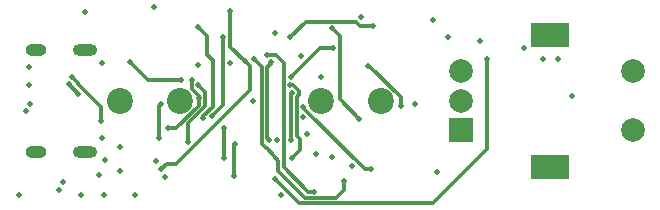
<source format=gbr>
%TF.GenerationSoftware,KiCad,Pcbnew,9.0.2*%
%TF.CreationDate,2025-10-12T11:55:11+02:00*%
%TF.ProjectId,synthmate_L432,73796e74-686d-4617-9465-5f4c3433322e,rev?*%
%TF.SameCoordinates,Original*%
%TF.FileFunction,Copper,L4,Bot*%
%TF.FilePolarity,Positive*%
%FSLAX46Y46*%
G04 Gerber Fmt 4.6, Leading zero omitted, Abs format (unit mm)*
G04 Created by KiCad (PCBNEW 9.0.2) date 2025-10-12 11:55:11*
%MOMM*%
%LPD*%
G01*
G04 APERTURE LIST*
%TA.AperFunction,ComponentPad*%
%ADD10C,2.200000*%
%TD*%
%TA.AperFunction,HeatsinkPad*%
%ADD11O,2.100000X1.000000*%
%TD*%
%TA.AperFunction,HeatsinkPad*%
%ADD12O,1.800000X1.000000*%
%TD*%
%TA.AperFunction,ComponentPad*%
%ADD13R,2.000000X2.000000*%
%TD*%
%TA.AperFunction,ComponentPad*%
%ADD14C,2.000000*%
%TD*%
%TA.AperFunction,ComponentPad*%
%ADD15R,3.200000X2.000000*%
%TD*%
%TA.AperFunction,ViaPad*%
%ADD16C,0.500000*%
%TD*%
%TA.AperFunction,Conductor*%
%ADD17C,0.300000*%
%TD*%
G04 APERTURE END LIST*
D10*
%TO.P,SW2,2,2*%
%TO.N,Net-(R10-Pad1)*%
X105880000Y-47000000D03*
%TO.P,SW2,1,1*%
%TO.N,GND*%
X100800000Y-47000000D03*
%TD*%
D11*
%TO.P,J1,S1,SHIELD*%
%TO.N,GND*%
X97855000Y-42680000D03*
D12*
X93675000Y-42680000D03*
D11*
X97855000Y-51320000D03*
D12*
X93675000Y-51320000D03*
%TD*%
D13*
%TO.P,SW1,A,A*%
%TO.N,Net-(R7-Pad1)*%
X129680000Y-49500000D03*
D14*
%TO.P,SW1,B,B*%
%TO.N,Net-(R6-Pad1)*%
X129680000Y-44500000D03*
%TO.P,SW1,C,C*%
%TO.N,GND*%
X129680000Y-47000000D03*
D15*
%TO.P,SW1,MP*%
%TO.N,N/C*%
X137180000Y-41400000D03*
X137180000Y-52600000D03*
D14*
%TO.P,SW1,S1,S1*%
%TO.N,Net-(R1-Pad1)*%
X144180000Y-44500000D03*
%TO.P,SW1,S2,S2*%
%TO.N,GND*%
X144180000Y-49500000D03*
%TD*%
D10*
%TO.P,SW3,1,1*%
%TO.N,Net-(R11-Pad1)*%
X117833733Y-46990000D03*
%TO.P,SW3,2,2*%
%TO.N,GND*%
X122913733Y-46990000D03*
%TD*%
D16*
%TO.N,LPUART_TX*%
X118830000Y-42480000D03*
X115260000Y-44950000D03*
X124580000Y-47460000D03*
X121790000Y-44010000D03*
%TO.N,LPUART_RX*%
X115210000Y-41590000D03*
X122190000Y-40650000D03*
%TO.N,3V3*%
X116065000Y-43190000D03*
%TO.N,usb_switch*%
X110110000Y-39370000D03*
%TO.N,Net-(U1-PA15)*%
X110540000Y-50670000D03*
X110460000Y-53320000D03*
%TO.N,GND*%
X114090000Y-50320000D03*
%TO.N,3V3*%
X116590000Y-49780000D03*
%TO.N,Net-(J1-CC1)*%
X96488238Y-45607896D03*
X97260000Y-46410000D03*
%TO.N,GND*%
X112070000Y-46990000D03*
X110090000Y-43800000D03*
%TO.N,3V3*%
X120390000Y-52490000D03*
X117340000Y-51530000D03*
X100770000Y-50940000D03*
X113860000Y-41245000D03*
X107410000Y-43940000D03*
%TO.N,GND*%
X103680000Y-39080000D03*
%TO.N,3V3*%
X103804106Y-52105894D03*
%TO.N,GND*%
X114380000Y-54940000D03*
X118700000Y-51760000D03*
X125730000Y-47290000D03*
X116280000Y-48340000D03*
X117800000Y-45010000D03*
X121150000Y-39910000D03*
%TO.N,Net-(U1-PA9)*%
X101625000Y-43695000D03*
X105920000Y-45260000D03*
%TO.N,SWDIO*%
X108590000Y-48310000D03*
X109540000Y-41620000D03*
%TO.N,SWCLK*%
X109560000Y-51830000D03*
X109560000Y-49310000D03*
%TO.N,Net-(C10-Pad1)*%
X131850000Y-43490000D03*
X113890000Y-53600000D03*
%TO.N,Net-(C9-Pad1)*%
X118740000Y-40850000D03*
X121040000Y-48510000D03*
%TO.N,Net-(C8-Pad1)*%
X107350000Y-40760000D03*
X107810000Y-48470000D03*
%TO.N,pushbutton_B*%
X112130000Y-43460000D03*
X119770000Y-53810000D03*
%TO.N,pushbutton_A*%
X117190000Y-54680000D03*
X113210161Y-43124132D03*
%TO.N,BOOT0*%
X113420000Y-50290000D03*
X113530000Y-43690000D03*
%TO.N,NRST*%
X122020000Y-52750000D03*
X116310000Y-47550000D03*
%TO.N,enc_B*%
X115300000Y-46308514D03*
X115280000Y-50320000D03*
%TO.N,enc_A*%
X115330000Y-51820000D03*
X115180000Y-45660000D03*
%TO.N,USART1_RX*%
X106860000Y-45230000D03*
%TO.N,Net-(J1-CC2)*%
X99180000Y-48730000D03*
%TO.N,usb_switch*%
X111330000Y-43640000D03*
X104240000Y-52800000D03*
%TO.N,LED*%
X106560000Y-50450000D03*
X107400000Y-45650000D03*
%TO.N,USART1_TX*%
X104280000Y-47250000D03*
X104110000Y-50140000D03*
%TO.N,USART1_RX*%
X107440000Y-46770000D03*
X104830000Y-49290000D03*
%TO.N,3V3*%
X99470000Y-51980000D03*
X100760000Y-52910000D03*
X128540000Y-41620000D03*
X97815000Y-39470000D03*
X95960000Y-53850000D03*
X131270000Y-41920000D03*
X127660000Y-53000000D03*
X99040000Y-53240000D03*
X139070000Y-46620000D03*
%TO.N,GND*%
X99450000Y-54950000D03*
X95610000Y-54530000D03*
X102010000Y-54940000D03*
X127270000Y-40140000D03*
X137860000Y-43420000D03*
X93080000Y-45670000D03*
X92200000Y-54970000D03*
X99290000Y-50160000D03*
X92810000Y-47850000D03*
X93140000Y-47290000D03*
X97460000Y-54940000D03*
X136570000Y-43450000D03*
X99260000Y-43770000D03*
X104610000Y-53430000D03*
X93060000Y-44160000D03*
X134970000Y-42510000D03*
%TO.N,Net-(J1-CC2)*%
X96690000Y-44990000D03*
%TD*%
D17*
%TO.N,Net-(C10-Pad1)*%
X113890000Y-53600000D02*
X115951000Y-55661000D01*
X115951000Y-55661000D02*
X127259000Y-55661000D01*
X127259000Y-55661000D02*
X131850000Y-51070000D01*
X131850000Y-51070000D02*
X131850000Y-43490000D01*
%TO.N,LPUART_TX*%
X121886762Y-44010000D02*
X124580000Y-46703238D01*
X121790000Y-44010000D02*
X121886762Y-44010000D01*
X115260000Y-44950000D02*
X117730000Y-42480000D01*
X117730000Y-42480000D02*
X118830000Y-42480000D01*
X124580000Y-46703238D02*
X124580000Y-47460000D01*
%TO.N,LPUART_RX*%
X116501000Y-40299000D02*
X120759768Y-40299000D01*
X121110768Y-40650000D02*
X122190000Y-40650000D01*
X115210000Y-41590000D02*
X116501000Y-40299000D01*
X120759768Y-40299000D02*
X121110768Y-40650000D01*
%TO.N,usb_switch*%
X110110000Y-39370000D02*
X110110000Y-42420000D01*
X110110000Y-42420000D02*
X111330000Y-43640000D01*
%TO.N,Net-(C8-Pad1)*%
X107350000Y-40760000D02*
X108120000Y-41530000D01*
X108620000Y-47500000D02*
X107810000Y-48310000D01*
X108120000Y-41530000D02*
X108120000Y-43073165D01*
X108120000Y-43073165D02*
X108620000Y-43573165D01*
X108620000Y-43573165D02*
X108620000Y-47500000D01*
X107810000Y-48310000D02*
X107810000Y-48470000D01*
%TO.N,Net-(U1-PA15)*%
X110460000Y-53320000D02*
X110460000Y-50750000D01*
X110460000Y-50750000D02*
X110540000Y-50670000D01*
%TO.N,SWCLK*%
X109560000Y-51830000D02*
X109560000Y-49310000D01*
%TO.N,NRST*%
X121490000Y-52750000D02*
X122020000Y-52750000D01*
X116310000Y-47550000D02*
X116310000Y-47570000D01*
X116310000Y-47570000D02*
X121490000Y-52750000D01*
%TO.N,enc_B*%
X115300000Y-46308514D02*
X115280000Y-46328514D01*
X115280000Y-46328514D02*
X115280000Y-50320000D01*
%TO.N,pushbutton_A*%
X117190000Y-54680000D02*
X116710000Y-54680000D01*
X114700000Y-43830000D02*
X113994132Y-43124132D01*
X114641000Y-50548232D02*
X114641000Y-50091768D01*
X114629000Y-52599000D02*
X114629000Y-50560232D01*
X114629000Y-50560232D02*
X114641000Y-50548232D01*
X116710000Y-54680000D02*
X114629000Y-52599000D01*
X114641000Y-50091768D02*
X114629000Y-50079768D01*
X114629000Y-50079768D02*
X114629000Y-45431768D01*
X114629000Y-45431768D02*
X114700000Y-45360768D01*
X113994132Y-43124132D02*
X113210161Y-43124132D01*
X114700000Y-45360768D02*
X114700000Y-43830000D01*
%TO.N,enc_A*%
X115180000Y-45660000D02*
X115430000Y-45660000D01*
X115851000Y-46081000D02*
X115899988Y-46129988D01*
X115851000Y-46536746D02*
X115740000Y-46647746D01*
X115527514Y-45757514D02*
X115528232Y-45757514D01*
X115851000Y-46080282D02*
X115851000Y-46081000D01*
X115528232Y-45757514D02*
X115851000Y-46080282D01*
X115740000Y-48100768D02*
X115729000Y-48111768D01*
X115729000Y-48111768D02*
X115729000Y-49989768D01*
X115899988Y-46487040D02*
X115851000Y-46536028D01*
X115430000Y-45660000D02*
X115527514Y-45757514D01*
X115851000Y-46536028D02*
X115851000Y-46536746D01*
X115740000Y-46647746D02*
X115740000Y-48100768D01*
X115899988Y-46129988D02*
X115899988Y-46487040D01*
X115729000Y-49989768D02*
X115980000Y-50240768D01*
X115980000Y-50240768D02*
X115980000Y-51170000D01*
X115980000Y-51170000D02*
X115330000Y-51820000D01*
%TO.N,BOOT0*%
X113420000Y-50290000D02*
X113240000Y-50110000D01*
X113240000Y-44163610D02*
X113530000Y-43873610D01*
X113240000Y-50110000D02*
X113240000Y-44163610D01*
X113530000Y-43873610D02*
X113530000Y-43690000D01*
%TO.N,pushbutton_B*%
X119099232Y-55230000D02*
X119770000Y-54559232D01*
X112809000Y-44139000D02*
X112809000Y-50659000D01*
X112130000Y-43460000D02*
X112809000Y-44139000D01*
X113169000Y-51019000D02*
X113189071Y-51019000D01*
X116480768Y-55230000D02*
X119099232Y-55230000D01*
X113189071Y-51019000D02*
X113804733Y-51634662D01*
X112809000Y-50659000D02*
X113169000Y-51019000D01*
X113804733Y-51634662D02*
X113804733Y-51654733D01*
X113804733Y-51654733D02*
X114198000Y-52048000D01*
X114198000Y-52048000D02*
X114198000Y-52947232D01*
X114198000Y-52947232D02*
X116480768Y-55230000D01*
X119770000Y-54559232D02*
X119770000Y-53810000D01*
%TO.N,Net-(J1-CC1)*%
X97260000Y-46379658D02*
X96488238Y-45607896D01*
X97260000Y-46410000D02*
X97260000Y-46379658D01*
%TO.N,Net-(J1-CC2)*%
X96690000Y-44990000D02*
X97190000Y-45490000D01*
X97190000Y-45490000D02*
X97190000Y-45548816D01*
X97190000Y-45548816D02*
X99180000Y-47538816D01*
X99180000Y-47538816D02*
X99180000Y-48730000D01*
%TO.N,usb_switch*%
X104240000Y-52800000D02*
X104730000Y-52310000D01*
X104730000Y-52310000D02*
X105479232Y-52310000D01*
X105479232Y-52310000D02*
X111750000Y-46039232D01*
X111750000Y-46039232D02*
X111750000Y-44060000D01*
X111750000Y-44060000D02*
X111330000Y-43640000D01*
%TO.N,Net-(U1-PA9)*%
X103190000Y-45260000D02*
X105920000Y-45260000D01*
X101625000Y-43695000D02*
X103190000Y-45260000D01*
%TO.N,SWDIO*%
X109540000Y-47360000D02*
X108590000Y-48310000D01*
X109540000Y-41620000D02*
X109540000Y-47360000D01*
%TO.N,Net-(C9-Pad1)*%
X121040000Y-48510000D02*
X119390000Y-46860000D01*
X119390000Y-46860000D02*
X119390000Y-41500000D01*
X119390000Y-41500000D02*
X118740000Y-40850000D01*
%TO.N,LED*%
X107400000Y-45650000D02*
X108000000Y-46250000D01*
X108000000Y-46250000D02*
X108000000Y-47460000D01*
X108000000Y-47460000D02*
X106560000Y-48900000D01*
X106560000Y-48900000D02*
X106560000Y-50450000D01*
%TO.N,USART1_RX*%
X106849000Y-46015971D02*
X107440000Y-46606971D01*
X107440000Y-46606971D02*
X107440000Y-46770000D01*
X106860000Y-45230000D02*
X106849000Y-45241000D01*
X106849000Y-45241000D02*
X106849000Y-46015971D01*
%TO.N,USART1_TX*%
X104110000Y-50140000D02*
X104110000Y-47420000D01*
X104110000Y-47420000D02*
X104280000Y-47250000D01*
%TO.N,USART1_RX*%
X104830000Y-49290000D02*
X105543029Y-49290000D01*
X105543029Y-49290000D02*
X107440000Y-47393029D01*
X107440000Y-47393029D02*
X107440000Y-46770000D01*
%TD*%
M02*

</source>
